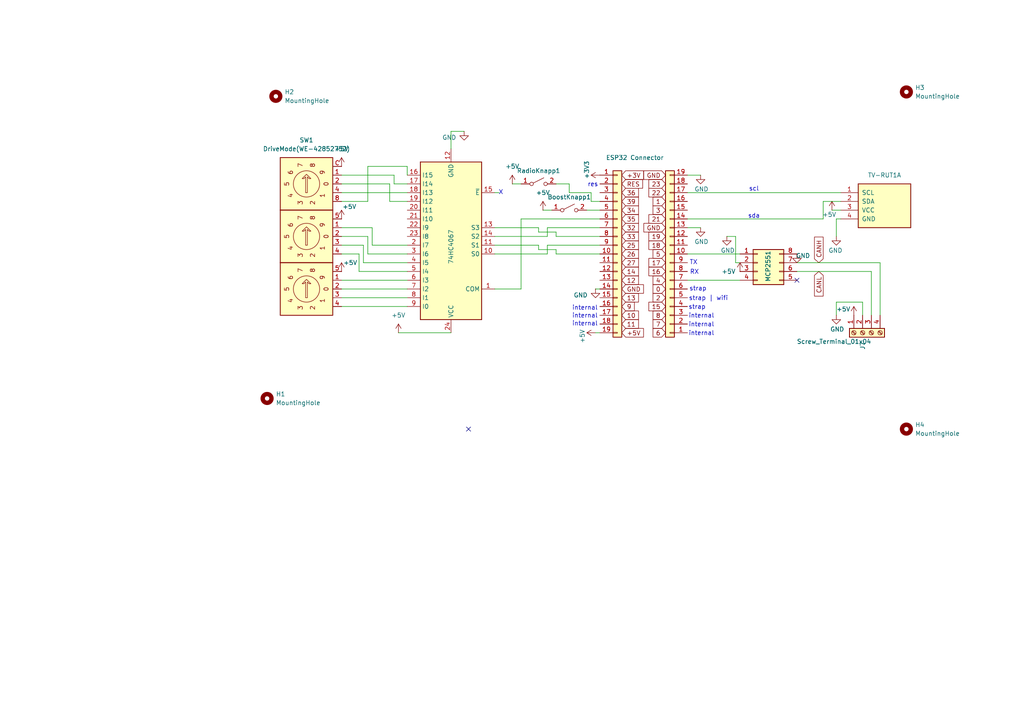
<source format=kicad_sch>
(kicad_sch (version 20231120) (generator "eeschema") (generator_version "8.0")
  (paper "A4")
  (lib_symbols
    (symbol "4xxx:4518" (pin_names (offset 1.016))
      (property "Reference" "TV-RUT1" (at 0 7.62 0))
      (symbol "4518_1_0"
        (pin output line (at 12.7 2.54 180) (length 5.08) (name "SCL") (number "1"))
        (pin output line (at 12.7 0 180) (length 5.08) (name "SDA") (number "2"))
        (pin output line (at 12.7 -2.54 180) (length 5.08) (name "VCC") (number "3"))
        (pin output line (at 12.7 -5.08 180) (length 5.08) (name "GND") (number "4"))
      )
      (symbol "4518_1_1"
        (rectangle (start -7.62 5.08) (end 7.62 -7.62) (stroke (width 0.254)) (fill (type background)))
      )
      (symbol "4518_2_0"
        (pin input line (at -12.7 -5.08 0) (length 5.08) (name "Enable") (number "10"))
        (pin output line (at 12.7 2.54 180) (length 5.08) (name "Q1") (number "11"))
        (pin output line (at 12.7 0 180) (length 5.08) (name "Q2") (number "12"))
        (pin output line (at 12.7 -2.54 180) (length 5.08) (name "Q3") (number "13"))
        (pin output line (at 12.7 -5.08 180) (length 5.08) (name "Q4") (number "14"))
        (pin input line (at -12.7 -2.54 0) (length 5.08) (name "Reset") (number "15"))
        (pin input clock (at -12.7 0 0) (length 5.08) (name "CK") (number "9"))
      )
      (symbol "4518_2_1"
        (rectangle (start -7.62 5.08) (end 7.62 -7.62) (stroke (width 0.254)) (fill (type background)))
      )
      (symbol "4518_3_0"
        (pin power_in line (at 0 12.7 270) (length 5.08) (name "VDD") (number "16"))
        (pin power_in line (at 0 -12.7 90) (length 5.08) (name "VSS") (number "8"))
      )
      (symbol "4518_3_1"
        (rectangle (start -5.08 7.62) (end 5.08 -7.62) (stroke (width 0.254)) (fill (type background)))
      )
    )
    (symbol "74xx:CD74HC4067M"
      (property "Reference" "U" (at -8.89 22.86 0))
      (property "Value" "CD74HC4067M" (at 1.27 22.86 0))
      (symbol "CD74HC4067M_0_1"
        (rectangle (start -8.89 21.59) (end 8.89 -24.13) (stroke (width 0.254)) (fill (type background)))
      )
      (symbol "CD74HC4067M_1_1"
        (pin passive line (at -12.7 12.7 0) (length 3.81) (name "COM") (number "1"))
        (pin input line (at -12.7 2.54 0) (length 3.81) (name "S0") (number "10"))
        (pin input line (at -12.7 0 0) (length 3.81) (name "S1") (number "11"))
        (pin power_in line (at 0 -27.94 90) (length 3.81) (name "GND") (number "12"))
        (pin input line (at -12.7 -5.08 0) (length 3.81) (name "S3") (number "13"))
        (pin input line (at -12.7 -2.54 0) (length 3.81) (name "S2") (number "14"))
        (pin input line (at -12.7 -15.24 0) (length 3.81) (name "~{E}") (number "15"))
        (pin passive line (at 12.7 -20.32 180) (length 3.81) (name "I15") (number "16"))
        (pin passive line (at 12.7 -17.78 180) (length 3.81) (name "I14") (number "17"))
        (pin passive line (at 12.7 -15.24 180) (length 3.81) (name "I13") (number "18"))
        (pin passive line (at 12.7 -12.7 180) (length 3.81) (name "I12") (number "19"))
        (pin passive line (at 12.7 0 180) (length 3.81) (name "I7") (number "2"))
        (pin passive line (at 12.7 -10.16 180) (length 3.81) (name "I11") (number "20"))
        (pin passive line (at 12.7 -7.62 180) (length 3.81) (name "I10") (number "21"))
        (pin passive line (at 12.7 -5.08 180) (length 3.81) (name "I9") (number "22"))
        (pin passive line (at 12.7 -2.54 180) (length 3.81) (name "I8") (number "23"))
        (pin power_in line (at 0 25.4 270) (length 3.81) (name "VCC") (number "24"))
        (pin passive line (at 12.7 2.54 180) (length 3.81) (name "I6") (number "3"))
        (pin passive line (at 12.7 5.08 180) (length 3.81) (name "I5") (number "4"))
        (pin passive line (at 12.7 7.62 180) (length 3.81) (name "I4") (number "5"))
        (pin passive line (at 12.7 10.16 180) (length 3.81) (name "I3") (number "6"))
        (pin passive line (at 12.7 12.7 180) (length 3.81) (name "I2") (number "7"))
        (pin passive line (at 12.7 15.24 180) (length 3.81) (name "I1") (number "8"))
        (pin passive line (at 12.7 17.78 180) (length 3.81) (name "I0") (number "9"))
      )
    )
    (symbol "Connector:Screw_Terminal_01x04" (pin_names (offset 1.016) hide)
      (property "Reference" "J" (at 0 5.08 0))
      (property "Value" "Screw_Terminal_01x04" (at 0 -7.62 0))
      (symbol "Screw_Terminal_01x04_1_1"
        (rectangle (start -1.27 3.81) (end 1.27 -6.35) (stroke (width 0.254)) (fill (type background)))
        (circle (center 0 -5.08) (radius 0.635) (stroke (width 0.1524)))
        (circle (center 0 -2.54) (radius 0.635) (stroke (width 0.1524)))
        (polyline (pts (xy -0.5334 -4.7498) (xy 0.3302 -5.588)) (stroke (width 0.1524)))
        (polyline (pts (xy -0.5334 -2.2098) (xy 0.3302 -3.048)) (stroke (width 0.1524)))
        (polyline (pts (xy -0.5334 0.3302) (xy 0.3302 -0.508)) (stroke (width 0.1524)))
        (polyline (pts (xy -0.5334 2.8702) (xy 0.3302 2.032)) (stroke (width 0.1524)))
        (polyline (pts (xy -0.3556 -4.572) (xy 0.508 -5.4102)) (stroke (width 0.1524)))
        (polyline (pts (xy -0.3556 -2.032) (xy 0.508 -2.8702)) (stroke (width 0.1524)))
        (polyline (pts (xy -0.3556 0.508) (xy 0.508 -0.3302)) (stroke (width 0.1524)))
        (polyline (pts (xy -0.3556 3.048) (xy 0.508 2.2098)) (stroke (width 0.1524)))
        (circle (center 0 0) (radius 0.635) (stroke (width 0.1524)))
        (circle (center 0 2.54) (radius 0.635) (stroke (width 0.1524)))
        (pin passive line (at -5.08 2.54 0) (length 3.81) (name "Pin_1") (number "1"))
        (pin passive line (at -5.08 0 0) (length 3.81) (name "Pin_2") (number "2"))
        (pin passive line (at -5.08 -2.54 0) (length 3.81) (name "Pin_3") (number "3"))
        (pin passive line (at -5.08 -5.08 0) (length 3.81) (name "Pin_4") (number "4"))
      )
    )
    (symbol "Connector_Generic:Conn_01x19" (pin_names (offset 1.016) hide)
      (property "Reference" "J" (at 0 25.4 0))
      (property "Value" "Conn_01x19" (at 0 -25.4 0))
      (symbol "Conn_01x19_1_1"
        (rectangle (start -1.27 -22.733) (end 0 -22.987) (stroke (width 0.1524)))
        (rectangle (start -1.27 -20.193) (end 0 -20.447) (stroke (width 0.1524)))
        (rectangle (start -1.27 -17.653) (end 0 -17.907) (stroke (width 0.1524)))
        (rectangle (start -1.27 -15.113) (end 0 -15.367) (stroke (width 0.1524)))
        (rectangle (start -1.27 -12.573) (end 0 -12.827) (stroke (width 0.1524)))
        (rectangle (start -1.27 -10.033) (end 0 -10.287) (stroke (width 0.1524)))
        (rectangle (start -1.27 -7.493) (end 0 -7.747) (stroke (width 0.1524)))
        (rectangle (start -1.27 -4.953) (end 0 -5.207) (stroke (width 0.1524)))
        (rectangle (start -1.27 -2.413) (end 0 -2.667) (stroke (width 0.1524)))
        (rectangle (start -1.27 0.127) (end 0 -0.127) (stroke (width 0.1524)))
        (rectangle (start -1.27 2.667) (end 0 2.413) (stroke (width 0.1524)))
        (rectangle (start -1.27 5.207) (end 0 4.953) (stroke (width 0.1524)))
        (rectangle (start -1.27 7.747) (end 0 7.493) (stroke (width 0.1524)))
        (rectangle (start -1.27 10.287) (end 0 10.033) (stroke (width 0.1524)))
        (rectangle (start -1.27 12.827) (end 0 12.573) (stroke (width 0.1524)))
        (rectangle (start -1.27 15.367) (end 0 15.113) (stroke (width 0.1524)))
        (rectangle (start -1.27 17.907) (end 0 17.653) (stroke (width 0.1524)))
        (rectangle (start -1.27 20.447) (end 0 20.193) (stroke (width 0.1524)))
        (rectangle (start -1.27 22.987) (end 0 22.733) (stroke (width 0.1524)))
        (rectangle (start -1.27 24.13) (end 1.27 -24.13) (stroke (width 0.254)) (fill (type background)))
        (pin passive line (at -5.08 22.86 0) (length 3.81) (name "Pin_1") (number "1"))
        (pin passive line (at -5.08 0 0) (length 3.81) (name "Pin_10") (number "10"))
        (pin passive line (at -5.08 -2.54 0) (length 3.81) (name "Pin_11") (number "11"))
        (pin passive line (at -5.08 -5.08 0) (length 3.81) (name "Pin_12") (number "12"))
        (pin passive line (at -5.08 -7.62 0) (length 3.81) (name "Pin_13") (number "13"))
        (pin passive line (at -5.08 -10.16 0) (length 3.81) (name "Pin_14") (number "14"))
        (pin passive line (at -5.08 -12.7 0) (length 3.81) (name "Pin_15") (number "15"))
        (pin passive line (at -5.08 -15.24 0) (length 3.81) (name "Pin_16") (number "16"))
        (pin passive line (at -5.08 -17.78 0) (length 3.81) (name "Pin_17") (number "17"))
        (pin passive line (at -5.08 -20.32 0) (length 3.81) (name "Pin_18") (number "18"))
        (pin passive line (at -5.08 -22.86 0) (length 3.81) (name "Pin_19") (number "19"))
        (pin passive line (at -5.08 20.32 0) (length 3.81) (name "Pin_2") (number "2"))
        (pin passive line (at -5.08 17.78 0) (length 3.81) (name "Pin_3") (number "3"))
        (pin passive line (at -5.08 15.24 0) (length 3.81) (name "Pin_4") (number "4"))
        (pin passive line (at -5.08 12.7 0) (length 3.81) (name "Pin_5") (number "5"))
        (pin passive line (at -5.08 10.16 0) (length 3.81) (name "Pin_6") (number "6"))
        (pin passive line (at -5.08 7.62 0) (length 3.81) (name "Pin_7") (number "7"))
        (pin passive line (at -5.08 5.08 0) (length 3.81) (name "Pin_8") (number "8"))
        (pin passive line (at -5.08 2.54 0) (length 3.81) (name "Pin_9") (number "9"))
      )
    )
    (symbol "Connector_Generic:Conn_02x04_Counter_Clockwise" (pin_names (offset 1.016) hide)
      (property "Reference" "J9" (at 1.27 8.89 0))
      (property "Value" "Conn_02x04_Counter_Clockwise" (at 1.27 8.128 0))
      (symbol "Conn_02x04_Counter_Clockwise_1_1"
        (rectangle (start -2.54 -4.953) (end -1.27 -5.207) (stroke (width 0.1524)))
        (rectangle (start -2.54 -2.413) (end -1.27 -2.667) (stroke (width 0.1524)))
        (rectangle (start -2.54 0.127) (end -1.27 -0.127) (stroke (width 0.1524)))
        (rectangle (start -2.54 2.667) (end -1.27 2.413) (stroke (width 0.1524)))
        (rectangle (start -2.54 3.81) (end 6.35 -6.35) (stroke (width 0.254)) (fill (type background)))
        (rectangle (start 6.35 -4.953) (end 5.08 -5.207) (stroke (width 0.1524)))
        (rectangle (start 6.35 -2.413) (end 5.08 -2.667) (stroke (width 0.1524)))
        (rectangle (start 6.35 0.127) (end 5.08 -0.127) (stroke (width 0.1524)))
        (rectangle (start 6.35 2.667) (end 5.08 2.413) (stroke (width 0.1524)))
        (pin passive line (at -6.35 2.54 0) (length 3.81) (name "Pin_1") (number "1"))
        (pin passive line (at -6.35 0 0) (length 3.81) (name "Pin_2") (number "2"))
        (pin passive line (at -6.35 -2.54 0) (length 3.81) (name "Pin_3") (number "3"))
        (pin passive line (at -6.35 -5.08 0) (length 3.81) (name "Pin_4") (number "4"))
        (pin passive line (at 10.16 -5.08 180) (length 3.81) (name "Pin_5") (number "5"))
        (pin passive line (at 10.16 -2.54 180) (length 3.81) (name "Pin_6") (number "6"))
        (pin passive line (at 10.16 0 180) (length 3.81) (name "Pin_7") (number "7"))
        (pin passive line (at 10.16 2.54 180) (length 3.81) (name "Pin_8") (number "8"))
      )
    )
    (symbol "Mechanical:MountingHole" (pin_names (offset 1.016)) (exclude_from_sim yes) (in_bom no)
      (property "Reference" "H" (at 0 5.08 0))
      (property "Value" "MountingHole" (at 0 3.175 0))
      (symbol "MountingHole_0_1"
        (circle (center 0 0) (radius 1.27) (stroke (width 1.27)))
      )
    )
    (symbol "SW_Coded_SH-7040_2" (pin_names hide)
      (symbol "SW_Coded_SH-7040_2_0_0"
        (text "0" (at 5.715 0 2700) (effects (font (size 1.27 1.27))))
        (text "1" (at 4.6228 -3.3528 2340) (effects (font (size 1.27 1.27))))
        (text "2" (at 1.778 -5.4356 1980) (effects (font (size 1.27 1.27))))
        (text "3" (at -1.778 -5.4356 1620) (effects (font (size 1.27 1.27))))
        (text "4" (at -4.6228 -3.3528 1260) (effects (font (size 1.27 1.27))))
        (text "5" (at -5.715 0 900) (effects (font (size 1.27 1.27))))
        (text "6" (at -4.6228 3.3528 540) (effects (font (size 1.27 1.27))))
        (text "7" (at -1.778 5.4356 180) (effects (font (size 1.27 1.27))))
        (text "8" (at 1.778 5.4356 3420) (effects (font (size 1.27 1.27))))
        (text "9" (at 4.6228 3.3528 3060) (effects (font (size 1.27 1.27))))
      )
      (symbol "SW_Coded_SH-7040_2_0_1"
        (polyline (pts (xy -0.254 -2.54) (xy -0.254 2.032) (xy -0.762 1.524) (xy -1.27 1.524) (xy 0 2.794) (xy 1.27 1.524) (xy 0.762 1.524) (xy 0.254 2.032) (xy 0.254 -2.54) (xy -0.254 -2.54) (xy -0.254 -2.54)))
        (circle (center 0 0) (radius 3.81))
        (rectangle (start 7.62 7.62) (end -7.62 -7.62) (stroke (width 0.254)) (fill (type background)))
      )
      (symbol "SW_Coded_SH-7040_2_1_1"
        (pin passive line (at 10.16 2.54 180) (length 2.54) (name "1") (number "1"))
        (pin passive line (at 10.16 0 180) (length 2.54) (name "2") (number "2"))
        (pin passive line (at 10.16 -2.54 180) (length 2.54) (name "3") (number "3"))
        (pin passive line (at 10.16 -5.08 180) (length 2.54) (name "4") (number "4"))
        (pin passive line (at 10.16 5.08 180) (length 2.54) (name "5") (number "5"))
      )
    )
    (symbol "Switch:SW_Coded_SH-7040" (pin_names hide)
      (property "Reference" "SW" (at -7.62 8.89 0))
      (property "Value" "SW_Coded_SH-7040" (at -7.62 -8.89 0))
      (symbol "SW_Coded_SH-7040_0_0"
        (text "0" (at 5.715 0 2700) (effects (font (size 1.27 1.27))))
        (text "1" (at 4.6228 -3.3528 2340) (effects (font (size 1.27 1.27))))
        (text "2" (at 1.778 -5.4356 1980) (effects (font (size 1.27 1.27))))
        (text "3" (at -1.778 -5.4356 1620) (effects (font (size 1.27 1.27))))
        (text "4" (at -4.6228 -3.3528 1260) (effects (font (size 1.27 1.27))))
        (text "5" (at -5.715 0 900) (effects (font (size 1.27 1.27))))
        (text "6" (at -4.6228 3.3528 540) (effects (font (size 1.27 1.27))))
        (text "7" (at -1.778 5.4356 180) (effects (font (size 1.27 1.27))))
        (text "8" (at 1.778 5.4356 3420) (effects (font (size 1.27 1.27))))
        (text "9" (at 4.6228 3.3528 3060) (effects (font (size 1.27 1.27))))
      )
      (symbol "SW_Coded_SH-7040_0_1"
        (polyline (pts (xy -0.254 -2.54) (xy -0.254 2.032) (xy -0.762 1.524) (xy -1.27 1.524) (xy 0 2.794) (xy 1.27 1.524) (xy 0.762 1.524) (xy 0.254 2.032) (xy 0.254 -2.54) (xy -0.254 -2.54) (xy -0.254 -2.54)))
        (circle (center 0 0) (radius 3.81))
        (rectangle (start 7.62 7.62) (end -7.62 -7.62) (stroke (width 0.254)) (fill (type background)))
      )
      (symbol "SW_Coded_SH-7040_1_1"
        (pin passive line (at 10.16 2.54 180) (length 2.54) (name "1") (number "1"))
        (pin passive line (at 10.16 0 180) (length 2.54) (name "2") (number "2"))
        (pin passive line (at 10.16 -2.54 180) (length 2.54) (name "4") (number "4"))
        (pin passive line (at 10.16 -5.08 180) (length 2.54) (name "8") (number "8"))
        (pin passive line (at 10.16 5.08 180) (length 2.54) (name "C") (number "C"))
      )
    )
    (symbol "Switch:SW_SPST" (pin_names (offset 0) hide)
      (property "Reference" "SW" (at 0 3.175 0))
      (property "Value" "SW_SPST" (at 0 -2.54 0))
      (symbol "SW_SPST_0_0"
        (circle (center -2.032 0) (radius 0.508))
        (polyline (pts (xy -1.524 0.254) (xy 1.524 1.778)))
        (circle (center 2.032 0) (radius 0.508))
      )
      (symbol "SW_SPST_1_1"
        (pin passive line (at -5.08 0 0) (length 2.54) (name "A") (number "1"))
        (pin passive line (at 5.08 0 180) (length 2.54) (name "B") (number "2"))
      )
    )
    (symbol "power:+5V" (power) (pin_numbers hide) (pin_names (offset 0) hide)
      (property "Value" "+5V" (at 0 3.556 0))
      (symbol "+5V_0_1"
        (polyline (pts (xy -0.762 1.27) (xy 0 2.54)))
        (polyline (pts (xy 0 0) (xy 0 2.54)))
        (polyline (pts (xy 0 2.54) (xy 0.762 1.27)))
      )
      (symbol "+5V_1_1"
        (pin power_in line (at 0 0 90) (length 0) (name "~") (number "1"))
      )
    )
    (symbol "power:GND" (power) (pin_numbers hide) (pin_names (offset 0) hide)
      (property "Value" "GND" (at 0 -3.81 0))
      (symbol "GND_0_1"
        (polyline (pts (xy 0 0) (xy 0 -1.27) (xy 1.27 -1.27) (xy 0 -2.54) (xy -1.27 -1.27) (xy 0 -1.27)))
      )
      (symbol "GND_1_1"
        (pin power_in line (at 0 0 270) (length 0) (name "~") (number "1"))
      )
    )
  )
  (no_connect (at 231.14 81.28))
  (no_connect (at 135.89 124.46))
  (wire (pts (xy 148.59 53.34) (xy 151.13 53.34)))
  (wire (pts (xy 113.03 58.42) (xy 118.11 58.42)))
  (wire (pts (xy 213.36 68.58) (xy 210.82 68.58)))
  (wire (pts (xy 143.51 68.58) (xy 158.75 68.58)))
  (wire (pts (xy 105.41 76.2) (xy 118.11 76.2)))
  (wire (pts (xy 99.06 88.9) (xy 118.11 88.9)))
  (wire (pts (xy 106.68 68.58) (xy 106.68 73.66)))
  (wire (pts (xy 231.14 78.74) (xy 252.73 78.74)))
  (wire (pts (xy 106.68 48.26) (xy 118.11 48.26)))
  (wire (pts (xy 213.36 68.58) (xy 213.36 76.2)))
  (wire (pts (xy 250.19 87.63) (xy 250.19 91.44)))
  (wire (pts (xy 250.19 87.63) (xy 242.57 87.63)))
  (wire (pts (xy 203.2 66.04) (xy 199.39 66.04)))
  (wire (pts (xy 231.14 76.2) (xy 255.27 76.2)))
  (wire (pts (xy 104.14 78.74) (xy 118.11 78.74)))
  (wire (pts (xy 104.14 73.66) (xy 104.14 78.74)))
  (wire (pts (xy 99.06 58.42) (xy 106.68 58.42)))
  (wire (pts (xy 243.84 60.96) (xy 241.3 60.96)))
  (wire (pts (xy 99.06 83.82) (xy 118.11 83.82)))
  (wire (pts (xy 99.06 86.36) (xy 118.11 86.36)))
  (wire (pts (xy 199.39 81.28) (xy 214.63 81.28)))
  (wire (pts (xy 156.21 72.39) (xy 161.29 72.39)))
  (wire (pts (xy 105.41 71.12) (xy 105.41 76.2)))
  (wire (pts (xy 242.57 63.5) (xy 242.57 68.58)))
  (wire (pts (xy 156.21 67.31) (xy 161.29 67.31)))
  (wire (pts (xy 107.95 71.12) (xy 118.11 71.12)))
  (wire (pts (xy 165.1 55.88) (xy 165.1 53.34)))
  (wire (pts (xy 113.03 53.34) (xy 113.03 58.42)))
  (wire (pts (xy 99.06 81.28) (xy 118.11 81.28)))
  (wire (pts (xy 99.06 71.12) (xy 105.41 71.12)))
  (wire (pts (xy 199.39 73.66) (xy 214.63 73.66)))
  (wire (pts (xy 99.06 66.04) (xy 107.95 66.04)))
  (wire (pts (xy 156.21 71.12) (xy 156.21 72.39)))
  (wire (pts (xy 170.18 60.96) (xy 173.99 60.96)))
  (wire (pts (xy 158.75 71.12) (xy 173.99 71.12)))
  (wire (pts (xy 238.76 63.5) (xy 238.76 58.42)))
  (wire (pts (xy 143.51 73.66) (xy 158.75 73.66)))
  (wire (pts (xy 130.81 96.52) (xy 115.57 96.52)))
  (wire (pts (xy 158.75 66.04) (xy 173.99 66.04)))
  (wire (pts (xy 161.29 53.34) (xy 165.1 53.34)))
  (wire (pts (xy 203.2 50.8) (xy 199.39 50.8)))
  (wire (pts (xy 130.81 38.1) (xy 134.62 38.1)))
  (wire (pts (xy 255.27 76.2) (xy 255.27 91.44)))
  (wire (pts (xy 143.51 66.04) (xy 156.21 66.04)))
  (wire (pts (xy 99.06 53.34) (xy 113.03 53.34)))
  (wire (pts (xy 242.57 87.63) (xy 242.57 91.44)))
  (wire (pts (xy 173.99 96.52) (xy 172.72 96.52)))
  (wire (pts (xy 173.99 58.42) (xy 171.45 58.42)))
  (wire (pts (xy 99.06 73.66) (xy 104.14 73.66)))
  (wire (pts (xy 157.48 60.96) (xy 160.02 60.96)))
  (wire (pts (xy 199.39 55.88) (xy 243.84 55.88)))
  (wire (pts (xy 213.36 76.2) (xy 214.63 76.2)))
  (wire (pts (xy 161.29 73.66) (xy 173.99 73.66)))
  (wire (pts (xy 106.68 58.42) (xy 106.68 48.26)))
  (wire (pts (xy 151.13 83.82) (xy 151.13 63.5)))
  (wire (pts (xy 171.45 55.88) (xy 165.1 55.88)))
  (wire (pts (xy 158.75 73.66) (xy 158.75 71.12)))
  (wire (pts (xy 252.73 78.74) (xy 252.73 91.44)))
  (wire (pts (xy 143.51 71.12) (xy 156.21 71.12)))
  (wire (pts (xy 151.13 63.5) (xy 173.99 63.5)))
  (wire (pts (xy 161.29 67.31) (xy 161.29 68.58)))
  (wire (pts (xy 161.29 72.39) (xy 161.29 73.66)))
  (wire (pts (xy 238.76 58.42) (xy 243.84 58.42)))
  (wire (pts (xy 158.75 68.58) (xy 158.75 66.04)))
  (wire (pts (xy 143.51 83.82) (xy 151.13 83.82)))
  (wire (pts (xy 99.06 55.88) (xy 118.11 55.88)))
  (wire (pts (xy 156.21 66.04) (xy 156.21 67.31)))
  (wire (pts (xy 243.84 63.5) (xy 242.57 63.5)))
  (wire (pts (xy 99.06 50.8) (xy 114.3 50.8)))
  (wire (pts (xy 172.72 83.82) (xy 173.99 83.82)))
  (wire (pts (xy 114.3 53.34) (xy 118.11 53.34)))
  (wire (pts (xy 118.11 48.26) (xy 118.11 50.8)))
  (wire (pts (xy 106.68 73.66) (xy 118.11 73.66)))
  (wire (pts (xy 161.29 68.58) (xy 173.99 68.58)))
  (wire (pts (xy 107.95 66.04) (xy 107.95 71.12)))
  (wire (pts (xy 171.45 58.42) (xy 171.45 55.88)))
  (wire (pts (xy 144.78 55.88) (xy 143.51 55.88)))
  (wire (pts (xy 99.06 68.58) (xy 106.68 68.58)))
  (wire (pts (xy 199.39 63.5) (xy 238.76 63.5)))
  (wire (pts (xy 114.3 50.8) (xy 114.3 53.34)))
  (wire (pts (xy 130.81 43.18) (xy 130.81 38.1)))
  (text "strap" (at 202.184 89.154 0) (effects (font (size 1.27 1.27))))
  (text "sda" (at 218.694 62.738 0) (effects (font (size 1.27 1.27))))
  (text "scl" (at 218.694 54.864 0) (effects (font (size 1.27 1.27))))
  (text "internal" (at 203.454 91.694 0) (effects (font (size 1.27 1.27))))
  (text "internal" (at 169.672 91.694 0) (effects (font (size 1.27 1.27))))
  (text "X" (at 145.288 55.88 0) (effects (font (size 1.27 1.27))))
  (text "internal" (at 169.672 89.408 0) (effects (font (size 1.27 1.27))))
  (text "internal" (at 169.672 93.98 0) (effects (font (size 1.27 1.27))))
  (text "strap | wifi" (at 205.486 86.614 0) (effects (font (size 1.27 1.27))))
  (text "RX" (at 201.422 78.994 0) (effects (font (size 1.27 1.27))))
  (text "internal" (at 203.454 96.774 0) (effects (font (size 1.27 1.27))))
  (text "internal" (at 203.454 94.234 0) (effects (font (size 1.27 1.27))))
  (text "TX" (at 201.168 76.2 0) (effects (font (size 1.27 1.27))))
  (text "strap" (at 202.438 83.82 0) (effects (font (size 1.27 1.27))))
  (text "res" (at 171.958 53.594 0) (effects (font (size 1.27 1.27))))
  (global_label "23" (shape input) (at 193.04 53.34 180) (property "Intersheetrefs" "${INTERSHEET_REFS}" (effects (hide yes))))
  (global_label "GND" (shape input) (at 193.04 50.8 180) (property "Intersheetrefs" "${INTERSHEET_REFS}" (effects (hide yes))))
  (global_label "27" (shape input) (at 180.34 76.2 0) (property "Intersheetrefs" "${INTERSHEET_REFS}" (effects (hide yes))))
  (global_label "22" (shape input) (at 193.04 55.88 180) (property "Intersheetrefs" "${INTERSHEET_REFS}" (effects (hide yes))))
  (global_label "15" (shape input) (at 193.04 88.9 180) (property "Intersheetrefs" "${INTERSHEET_REFS}" (effects (hide yes))))
  (global_label "RES" (shape input) (at 180.34 53.34 0) (property "Intersheetrefs" "${INTERSHEET_REFS}" (effects (hide yes))))
  (global_label "17" (shape input) (at 193.04 76.2 180) (property "Intersheetrefs" "${INTERSHEET_REFS}" (effects (hide yes))))
  (global_label "33" (shape input) (at 180.34 68.58 0) (property "Intersheetrefs" "${INTERSHEET_REFS}" (effects (hide yes))))
  (global_label "GND" (shape input) (at 180.34 83.82 0) (property "Intersheetrefs" "${INTERSHEET_REFS}" (effects (hide yes))))
  (global_label "18" (shape input) (at 193.04 71.12 180) (property "Intersheetrefs" "${INTERSHEET_REFS}" (effects (hide yes))))
  (global_label "10" (shape input) (at 180.34 91.44 0) (property "Intersheetrefs" "${INTERSHEET_REFS}" (effects (hide yes))))
  (global_label "36" (shape input) (at 180.34 55.88 0) (property "Intersheetrefs" "${INTERSHEET_REFS}" (effects (hide yes))))
  (global_label "16" (shape input) (at 193.04 78.74 180) (property "Intersheetrefs" "${INTERSHEET_REFS}" (effects (hide yes))))
  (global_label "7" (shape input) (at 193.04 93.98 180) (property "Intersheetrefs" "${INTERSHEET_REFS}" (effects (hide yes))))
  (global_label "CANH" (shape input) (at 237.49 76.2 90) (property "Intersheetrefs" "${INTERSHEET_REFS}" (effects (hide yes))))
  (global_label "34" (shape input) (at 180.34 60.96 0) (property "Intersheetrefs" "${INTERSHEET_REFS}" (effects (hide yes))))
  (global_label "6" (shape input) (at 193.04 96.52 180) (property "Intersheetrefs" "${INTERSHEET_REFS}" (effects (hide yes))))
  (global_label "21" (shape input) (at 193.04 63.5 180) (property "Intersheetrefs" "${INTERSHEET_REFS}" (effects (hide yes))))
  (global_label "11" (shape input) (at 180.34 93.98 0) (property "Intersheetrefs" "${INTERSHEET_REFS}" (effects (hide yes))))
  (global_label "+3V" (shape input) (at 180.34 50.8 0) (property "Intersheetrefs" "${INTERSHEET_REFS}" (effects (hide yes))))
  (global_label "4" (shape input) (at 193.04 81.28 180) (property "Intersheetrefs" "${INTERSHEET_REFS}" (effects (hide yes))))
  (global_label "GND" (shape input) (at 193.04 66.04 180) (property "Intersheetrefs" "${INTERSHEET_REFS}" (effects (hide yes))))
  (global_label "3" (shape input) (at 193.04 60.96 180) (property "Intersheetrefs" "${INTERSHEET_REFS}" (effects (hide yes))))
  (global_label "32" (shape input) (at 180.34 66.04 0) (property "Intersheetrefs" "${INTERSHEET_REFS}" (effects (hide yes))))
  (global_label "19" (shape input) (at 193.04 68.58 180) (property "Intersheetrefs" "${INTERSHEET_REFS}" (effects (hide yes))))
  (global_label "0" (shape input) (at 193.04 83.82 180) (property "Intersheetrefs" "${INTERSHEET_REFS}" (effects (hide yes))))
  (global_label "26" (shape input) (at 180.34 73.66 0) (property "Intersheetrefs" "${INTERSHEET_REFS}" (effects (hide yes))))
  (global_label "CANL" (shape input) (at 237.49 78.74 270) (property "Intersheetrefs" "${INTERSHEET_REFS}" (effects (hide yes))))
  (global_label "+5V" (shape input) (at 180.34 96.52 0) (property "Intersheetrefs" "${INTERSHEET_REFS}" (effects (hide yes))))
  (global_label "39" (shape input) (at 180.34 58.42 0) (property "Intersheetrefs" "${INTERSHEET_REFS}" (effects (hide yes))))
  (global_label "1" (shape input) (at 193.04 58.42 180) (property "Intersheetrefs" "${INTERSHEET_REFS}" (effects (hide yes))))
  (global_label "14" (shape input) (at 180.34 78.74 0) (property "Intersheetrefs" "${INTERSHEET_REFS}" (effects (hide yes))))
  (global_label "12" (shape input) (at 180.34 81.28 0) (property "Intersheetrefs" "${INTERSHEET_REFS}" (effects (hide yes))))
  (global_label "8" (shape input) (at 193.04 91.44 180) (property "Intersheetrefs" "${INTERSHEET_REFS}" (effects (hide yes))))
  (global_label "5" (shape input) (at 193.04 73.66 180) (property "Intersheetrefs" "${INTERSHEET_REFS}" (effects (hide yes))))
  (global_label "25" (shape input) (at 180.34 71.12 0) (property "Intersheetrefs" "${INTERSHEET_REFS}" (effects (hide yes))))
  (global_label "9" (shape input) (at 180.34 88.9 0) (property "Intersheetrefs" "${INTERSHEET_REFS}" (effects (hide yes))))
  (global_label "13" (shape input) (at 180.34 86.36 0) (property "Intersheetrefs" "${INTERSHEET_REFS}" (effects (hide yes))))
  (global_label "35" (shape input) (at 180.34 63.5 0) (property "Intersheetrefs" "${INTERSHEET_REFS}" (effects (hide yes))))
  (global_label "2" (shape input) (at 193.04 86.36 180) (property "Intersheetrefs" "${INTERSHEET_REFS}" (effects (hide yes))))
  (symbol (lib_id "Switch:SW_SPST") (at 156.21 53.34 0) (unit 1)
    (property "Reference" "RadioKnapp1" (at 156.21 49.53 0))
    (property "Value" "SW_SPST" (effects (hide yes)))
    (property "Footprint" "Connector_PinSocket_2.54mm:PinSocket_1x02_P2.54mm_Vertical" (effects (hide yes)))
    (property "Description" "Single Pole Single Throw (SPST) switch" (effects (hide yes)))
  )
  (symbol (lib_id "Connector_Generic:Conn_01x19") (at 194.31 73.66 180) (unit 1)
    (property "Reference" "J4" (effects (hide yes)))
    (property "Value" "ESP32 Connector" (at 192.532 45.72 0) (effects (justify left)))
    (property "Footprint" "Connector_PinSocket_2.54mm:PinSocket_1x19_P2.54mm_Vertical" (effects (hide yes)))
    (property "Description" "Generic connector, single row, 01x19, script generated (kicad-library-utils/schlib/autogen/connector/)" (effects (hide yes)))
  )
  (symbol (lib_id "Mechanical:MountingHole") (at 80.01 27.94 0) (unit 1) (exclude_from_sim yes) (in_bom no)
    (property "Reference" "H2" (at 82.55 26.6699 0) (effects (justify left)))
    (property "Value" "MountingHole" (at 82.55 29.2099 0) (effects (justify left)))
    (property "Footprint" "MountingHole:MountingHole_3.2mm_M3" (effects (hide yes)))
    (property "Description" "Mounting Hole without connection" (effects (hide yes)))
  )
  (symbol (lib_id "power:+5V") (at 241.3 60.96 0) (mirror y) (unit 1)
    (property "Reference" "#PWR06" (effects (hide yes)))
    (property "Value" "+5V" (at 242.57 62.23 0) (effects (justify left)))
    (property "Description" "Power symbol creates a global label with name \"+5V\"" (effects (hide yes)))
  )
  (symbol (lib_id "power:GND") (at 242.57 91.44 0) (unit 1)
    (property "Reference" "#PWR018" (effects (hide yes)))
    (property "Value" "GND" (at 242.824 95.504 0))
    (property "Description" "Power symbol creates a global label with name \"GND\" , ground" (effects (hide yes)))
  )
  (symbol (lib_id "Mechanical:MountingHole") (at 77.47 115.57 0) (unit 1) (exclude_from_sim yes) (in_bom no)
    (property "Reference" "H1" (at 80.01 114.2999 0) (effects (justify left)))
    (property "Value" "MountingHole" (at 80.01 116.8399 0) (effects (justify left)))
    (property "Footprint" "MountingHole:MountingHole_3.2mm_M3" (effects (hide yes)))
    (property "Description" "Mounting Hole without connection" (effects (hide yes)))
  )
  (symbol (lib_id "power:GND") (at 210.82 68.58 0) (unit 1)
    (property "Reference" "#PWR013" (effects (hide yes)))
    (property "Value" "GND" (at 211.074 72.644 0))
    (property "Description" "Power symbol creates a global label with name \"GND\" , ground" (effects (hide yes)))
  )
  (symbol (lib_id "Connector_Generic:Conn_02x04_Counter_Clockwise") (at 220.98 76.2 0) (unit 1)
    (property "Reference" "J2" (effects (hide yes)))
    (property "Value" "MCP2551" (at 222.758 77.216 90))
    (property "Footprint" "Egna:MCP2551" (effects (hide yes)))
    (property "Description" "Generic connector, double row, 02x04, counter clockwise pin numbering scheme (similar to DIP package numbering), script generated (kicad-library-utils/schlib/autogen/connector/)" (effects (hide yes)))
  )
  (symbol (lib_name "SW_Coded_SH-7040_2") (lib_id "Switch:SW_Coded_SH-7040") (at 88.9 68.58 0) (unit 1)
    (property "Reference" "SW2" (effects (hide yes)))
    (property "Value" "SW_Coded_SH-7040" (effects (hide yes)))
    (property "Footprint" "Connector_PinSocket_2.54mm:PinSocket_1x05_P2.54mm_Vertical" (effects (hide yes)))
    (property "Datasheet" "https://www.nidec-copal-electronics.com/e/catalog/switch/sh-7000.pdf" (effects (hide yes)))
    (property "Description" "Rotary switch, 4-bit encoding, 10 positions, Gray code" (effects (hide yes)))
  )
  (symbol (lib_id "power:+5V") (at 173.99 50.8 90) (unit 1)
    (property "Reference" "#PWR015" (effects (hide yes)))
    (property "Value" "+3V3" (at 170.18 49.276 0))
    (property "Description" "Power symbol creates a global label with name \"+5V\"" (effects (hide yes)))
  )
  (symbol (lib_id "power:+5V") (at 214.63 78.74 0) (unit 1)
    (property "Reference" "#PWR011" (effects (hide yes)))
    (property "Value" "+5V" (at 211.328 78.74 0))
    (property "Description" "Power symbol creates a global label with name \"+5V\"" (effects (hide yes)))
  )
  (symbol (lib_id "power:GND") (at 231.14 73.66 0) (unit 1)
    (property "Reference" "#PWR012" (effects (hide yes)))
    (property "Value" "GND" (at 232.918 74.168 0))
    (property "Description" "Power symbol creates a global label with name \"GND\" , ground" (effects (hide yes)))
  )
  (symbol (lib_name "SW_Coded_SH-7040_2") (lib_id "Switch:SW_Coded_SH-7040") (at 88.9 83.82 0) (unit 1)
    (property "Reference" "SW3" (effects (hide yes)))
    (property "Value" "SW_Coded_SH-7040" (effects (hide yes)))
    (property "Footprint" "Connector_PinSocket_2.54mm:PinSocket_1x05_P2.54mm_Vertical" (effects (hide yes)))
    (property "Datasheet" "https://www.nidec-copal-electronics.com/e/catalog/switch/sh-7000.pdf" (effects (hide yes)))
    (property "Description" "Rotary switch, 4-bit encoding, 10 positions, Gray code" (effects (hide yes)))
  )
  (symbol (lib_id "power:GND") (at 134.62 38.1 0) (unit 1)
    (property "Reference" "#PWR08" (effects (hide yes)))
    (property "Value" "GND" (at 130.302 39.878 0))
    (property "Description" "Power symbol creates a global label with name \"GND\" , ground" (effects (hide yes)))
  )
  (symbol (lib_id "Switch:SW_Coded_SH-7040") (at 88.9 53.34 0) (unit 1)
    (property "Reference" "SW1" (at 88.9 40.64 0))
    (property "Value" "DriveMode(WE-42852752)" (at 88.9 43.18 0))
    (property "Footprint" "Button_Switch_THT:Nidec_Copal_SH-7010C" (effects (hide yes)))
    (property "Datasheet" "https://www.nidec-copal-electronics.com/e/catalog/switch/sh-7000.pdf" (effects (hide yes)))
    (property "Description" "Rotary switch, 4-bit encoding, 10 positions, Gray code" (effects (hide yes)))
  )
  (symbol (lib_id "74xx:CD74HC4067M") (at 130.81 71.12 180) (unit 1)
    (property "Reference" "U3" (effects (hide yes)))
    (property "Value" "74HC4067" (at 130.81 66.548 90) (effects (justify left)))
    (property "Footprint" "Package_SO:SOIC-24W_7.5x15.4mm_P1.27mm" (effects (hide yes)))
    (property "Datasheet" "http://www.ti.com/lit/ds/symlink/cd74hc4067.pdf" (effects (hide yes)))
    (property "Description" "High-Speed CMOS Logic 16-Channel Analog Multiplexer/Demultiplexer, SOIC-24" (effects (hide yes)))
  )
  (symbol (lib_id "Mechanical:MountingHole") (at 262.89 124.46 0) (unit 1) (exclude_from_sim yes) (in_bom no)
    (property "Reference" "H4" (at 265.43 123.1899 0) (effects (justify left)))
    (property "Value" "MountingHole" (at 265.43 125.7299 0) (effects (justify left)))
    (property "Footprint" "MountingHole:MountingHole_3.2mm_M3" (effects (hide yes)))
    (property "Description" "Mounting Hole without connection" (effects (hide yes)))
  )
  (symbol (lib_id "power:+5V") (at 172.72 96.52 90) (unit 1)
    (property "Reference" "#PWR09" (effects (hide yes)))
    (property "Value" "+5V" (at 168.91 97.536 0))
    (property "Description" "Power symbol creates a global label with name \"+5V\"" (effects (hide yes)))
  )
  (symbol (lib_id "Connector_Generic:Conn_01x19") (at 179.07 73.66 0) (unit 1)
    (property "Reference" "J3" (effects (hide yes)))
    (property "Value" "Conn_01x19" (effects (hide yes)))
    (property "Footprint" "Connector_PinSocket_2.54mm:PinSocket_1x19_P2.54mm_Vertical" (effects (hide yes)))
    (property "Description" "Generic connector, single row, 01x19, script generated (kicad-library-utils/schlib/autogen/connector/)" (effects (hide yes)))
  )
  (symbol (lib_id "power:+5V") (at 115.57 96.52 0) (unit 1)
    (property "Reference" "#PWR01" (effects (hide yes)))
    (property "Value" "+5V" (at 115.57 91.44 0))
    (property "Description" "Power symbol creates a global label with name \"+5V\"" (effects (hide yes)))
  )
  (symbol (lib_id "4xxx:4518") (at 256.54 58.42 0) (mirror y) (unit 1)
    (property "Reference" "TV-RUT1" (at 256.54 50.8 0))
    (property "Value" "4518" (effects (hide yes)))
    (property "Footprint" "Connector_PinSocket_2.54mm:PinSocket_1x04_P2.54mm_Vertical" (effects (hide yes)))
    (property "Datasheet" "http://www.intersil.com/content/dam/Intersil/documents/cd45/cd4518bms-20bms.pdf" (effects (hide yes)))
    (property "Description" "Dual BCD Up-Counter" (effects (hide yes)))
  )
  (symbol (lib_id "power:+5V") (at 99.06 48.26 0) (unit 1)
    (property "Reference" "#PWR019" (effects (hide yes)))
    (property "Value" "+5V" (at 99.06 43.18 0))
    (property "Description" "Power symbol creates a global label with name \"+5V\"" (effects (hide yes)))
  )
  (symbol (lib_id "power:+5V") (at 99.06 63.5 0) (unit 1)
    (property "Reference" "#PWR02" (effects (hide yes)))
    (property "Value" "+5V" (at 101.346 59.944 0))
    (property "Description" "Power symbol creates a global label with name \"+5V\"" (effects (hide yes)))
  )
  (symbol (lib_id "Connector:Screw_Terminal_01x04") (at 250.19 96.52 90) (mirror x) (unit 1)
    (property "Reference" "J7" (at 250.1899 99.06 0) (effects (justify left)))
    (property "Value" "Screw_Terminal_01x04" (at 252.7299 99.06 90) (effects (justify left)))
    (property "Footprint" "Connector_PinSocket_2.54mm:PinSocket_1x04_P2.54mm_Vertical" (effects (hide yes)))
    (property "Description" "Generic screw terminal, single row, 01x04, script generated (kicad-library-utils/schlib/autogen/connector/)" (effects (hide yes)))
  )
  (symbol (lib_id "Mechanical:MountingHole") (at 262.89 26.67 0) (unit 1) (exclude_from_sim yes) (in_bom no)
    (property "Reference" "H3" (at 265.43 25.3999 0) (effects (justify left)))
    (property "Value" "MountingHole" (at 265.43 27.9399 0) (effects (justify left)))
    (property "Footprint" "MountingHole:MountingHole_3.2mm_M3" (effects (hide yes)))
    (property "Description" "Mounting Hole without connection" (effects (hide yes)))
  )
  (symbol (lib_id "power:+5V") (at 99.06 78.74 0) (unit 1)
    (property "Reference" "#PWR03" (effects (hide yes)))
    (property "Value" "+5V" (at 101.6 76.2 0))
    (property "Description" "Power symbol creates a global label with name \"+5V\"" (effects (hide yes)))
  )
  (symbol (lib_id "power:+5V") (at 148.59 53.34 0) (unit 1)
    (property "Reference" "#PWR04" (effects (hide yes)))
    (property "Value" "+5V" (at 148.59 48.26 0))
    (property "Description" "Power symbol creates a global label with name \"+5V\"" (effects (hide yes)))
  )
  (symbol (lib_id "power:GND") (at 203.2 66.04 0) (unit 1)
    (property "Reference" "#PWR014" (effects (hide yes)))
    (property "Value" "GND" (at 203.454 70.104 0))
    (property "Description" "Power symbol creates a global label with name \"GND\" , ground" (effects (hide yes)))
  )
  (symbol (lib_id "power:GND") (at 172.72 83.82 0) (unit 1)
    (property "Reference" "#PWR010" (effects (hide yes)))
    (property "Value" "GND" (at 168.402 85.598 0))
    (property "Description" "Power symbol creates a global label with name \"GND\" , ground" (effects (hide yes)))
  )
  (symbol (lib_id "power:GND") (at 242.57 68.58 0) (mirror y) (unit 1)
    (property "Reference" "#PWR017" (effects (hide yes)))
    (property "Value" "GND" (at 242.316 72.644 0))
    (property "Description" "Power symbol creates a global label with name \"GND\" , ground" (effects (hide yes)))
  )
  (symbol (lib_id "Switch:SW_SPST") (at 165.1 60.96 0) (unit 1)
    (property "Reference" "BoostKnapp1" (at 165.1 57.15 0))
    (property "Value" "SW_SPST" (effects (hide yes)))
    (property "Footprint" "Connector_PinSocket_2.54mm:PinSocket_1x02_P2.54mm_Vertical" (effects (hide yes)))
    (property "Description" "Single Pole Single Throw (SPST) switch" (effects (hide yes)))
  )
  (symbol (lib_id "power:GND") (at 203.2 50.8 0) (unit 1)
    (property "Reference" "#PWR016" (effects (hide yes)))
    (property "Value" "GND" (at 203.454 54.864 0))
    (property "Description" "Power symbol creates a global label with name \"GND\" , ground" (effects (hide yes)))
  )
  (symbol (lib_id "power:+5V") (at 247.65 91.44 0) (unit 1)
    (property "Reference" "#PWR07" (effects (hide yes)))
    (property "Value" "+5V" (at 242.57 89.662 0) (effects (justify left)))
    (property "Description" "Power symbol creates a global label with name \"+5V\"" (effects (hide yes)))
  )
  (symbol (lib_id "power:+5V") (at 157.48 60.96 0) (unit 1)
    (property "Reference" "#PWR05" (effects (hide yes)))
    (property "Value" "+5V" (at 157.48 55.88 0))
    (property "Description" "Power symbol creates a global label with name \"+5V\"" (effects (hide yes)))
  )
)
</source>
